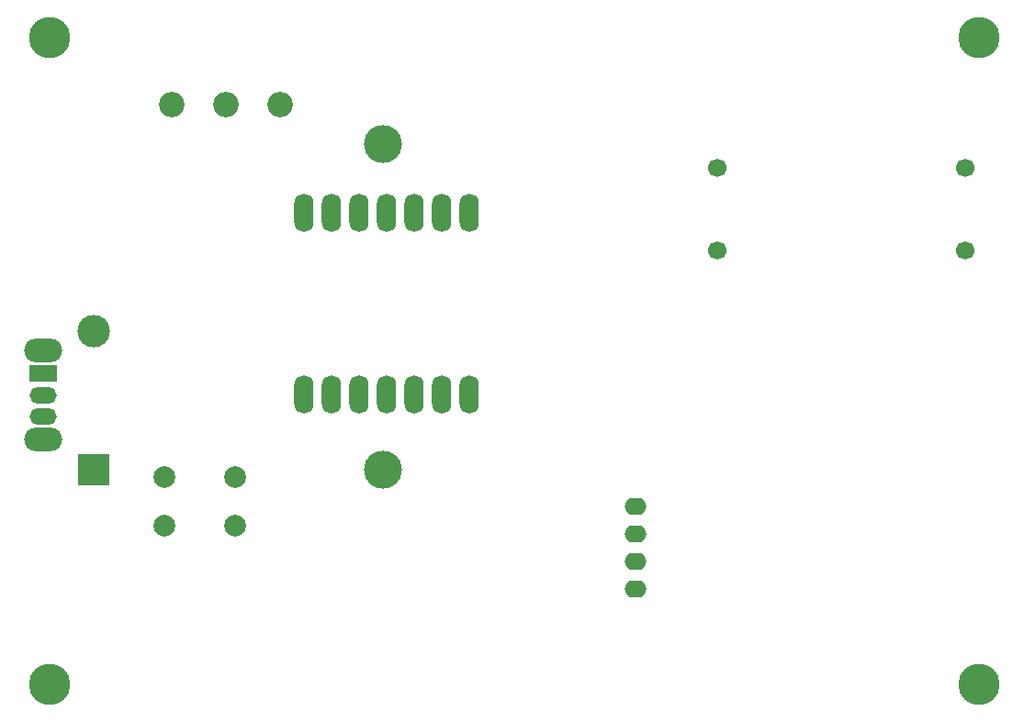
<source format=gbr>
%TF.GenerationSoftware,KiCad,Pcbnew,8.0.0-rc1-67-g7b24167398*%
%TF.CreationDate,2024-01-29T15:53:44-08:00*%
%TF.ProjectId,test,74657374-2e6b-4696-9361-645f70636258,rev?*%
%TF.SameCoordinates,Original*%
%TF.FileFunction,Soldermask,Bot*%
%TF.FilePolarity,Negative*%
%FSLAX46Y46*%
G04 Gerber Fmt 4.6, Leading zero omitted, Abs format (unit mm)*
G04 Created by KiCad (PCBNEW 8.0.0-rc1-67-g7b24167398) date 2024-01-29 15:53:44*
%MOMM*%
%LPD*%
G01*
G04 APERTURE LIST*
%ADD10C,3.800000*%
%ADD11C,1.700000*%
%ADD12C,2.000000*%
%ADD13O,2.000000X1.600000*%
%ADD14O,3.500000X2.200000*%
%ADD15R,2.500000X1.500000*%
%ADD16O,2.500000X1.500000*%
%ADD17C,2.340000*%
%ADD18O,1.778000X3.556000*%
%ADD19C,3.500000*%
%ADD20R,3.000000X3.000000*%
%ADD21C,3.000000*%
G04 APERTURE END LIST*
D10*
%TO.C,H4*%
X182245000Y-107950000D03*
%TD*%
%TO.C,H2*%
X182245000Y-48260000D03*
%TD*%
D11*
%TO.C,M1*%
X180975000Y-60325000D03*
X180975000Y-67945000D03*
X158115000Y-60325000D03*
X158115000Y-67945000D03*
%TD*%
D10*
%TO.C,H3*%
X96520000Y-107950000D03*
%TD*%
D12*
%TO.C,SW1*%
X107165000Y-88845000D03*
X113665000Y-88845000D03*
X107165000Y-93345000D03*
X113665000Y-93345000D03*
%TD*%
D13*
%TO.C,J3*%
X150610000Y-99170000D03*
X150610000Y-96630000D03*
X150610000Y-94090000D03*
X150610000Y-91550000D03*
%TD*%
D14*
%TO.C,SW2*%
X95980000Y-77180000D03*
X95980000Y-85380000D03*
D15*
X95980000Y-79280000D03*
D16*
X95980000Y-81280000D03*
X95980000Y-83280000D03*
%TD*%
D17*
%TO.C,RV1*%
X117790000Y-54450000D03*
X112790000Y-54450000D03*
X107790000Y-54450000D03*
%TD*%
D18*
%TO.C,U3*%
X120015000Y-81191500D03*
X122555000Y-81191500D03*
X125095000Y-81191500D03*
X127635000Y-81191500D03*
X130175000Y-81191500D03*
X132715000Y-81191500D03*
X135255000Y-81191500D03*
X120015000Y-64427500D03*
X122555000Y-64427500D03*
X125095000Y-64427500D03*
X127635000Y-64427500D03*
X130175000Y-64427500D03*
X132715000Y-64427500D03*
X135255000Y-64427500D03*
%TD*%
D10*
%TO.C,H1*%
X96520000Y-48260000D03*
%TD*%
D19*
%TO.C,J1*%
X127285000Y-58135000D03*
X127285000Y-88135000D03*
D20*
X100585000Y-88135000D03*
D21*
X100585000Y-75335000D03*
%TD*%
M02*

</source>
